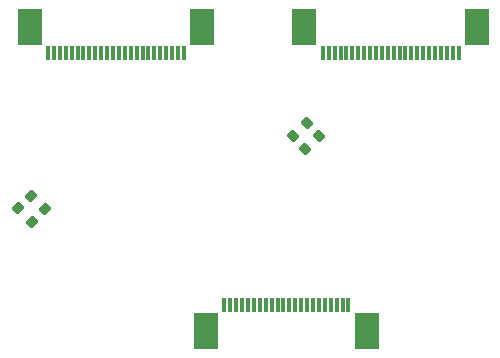
<source format=gtp>
G04 #@! TF.GenerationSoftware,KiCad,Pcbnew,8.0.3*
G04 #@! TF.CreationDate,2025-06-24T11:22:04+03:00*
G04 #@! TF.ProjectId,Camera_24-22_Pin,43616d65-7261-45f3-9234-2d32325f5069,rev?*
G04 #@! TF.SameCoordinates,Original*
G04 #@! TF.FileFunction,Paste,Top*
G04 #@! TF.FilePolarity,Positive*
%FSLAX46Y46*%
G04 Gerber Fmt 4.6, Leading zero omitted, Abs format (unit mm)*
G04 Created by KiCad (PCBNEW 8.0.3) date 2025-06-24 11:22:04*
%MOMM*%
%LPD*%
G01*
G04 APERTURE LIST*
G04 Aperture macros list*
%AMRoundRect*
0 Rectangle with rounded corners*
0 $1 Rounding radius*
0 $2 $3 $4 $5 $6 $7 $8 $9 X,Y pos of 4 corners*
0 Add a 4 corners polygon primitive as box body*
4,1,4,$2,$3,$4,$5,$6,$7,$8,$9,$2,$3,0*
0 Add four circle primitives for the rounded corners*
1,1,$1+$1,$2,$3*
1,1,$1+$1,$4,$5*
1,1,$1+$1,$6,$7*
1,1,$1+$1,$8,$9*
0 Add four rect primitives between the rounded corners*
20,1,$1+$1,$2,$3,$4,$5,0*
20,1,$1+$1,$4,$5,$6,$7,0*
20,1,$1+$1,$6,$7,$8,$9,0*
20,1,$1+$1,$8,$9,$2,$3,0*%
G04 Aperture macros list end*
%ADD10RoundRect,0.200000X0.053033X-0.335876X0.335876X-0.053033X-0.053033X0.335876X-0.335876X0.053033X0*%
%ADD11R,0.300000X1.250000*%
%ADD12R,2.000000X3.150000*%
%ADD13RoundRect,0.200000X0.335876X0.053033X0.053033X0.335876X-0.335876X-0.053033X-0.053033X-0.335876X0*%
G04 APERTURE END LIST*
D10*
X174351337Y-91582112D03*
X175518063Y-90415386D03*
D11*
X167490000Y-104752500D03*
X167990000Y-104752500D03*
X168490000Y-104752500D03*
X168990000Y-104752500D03*
X169490000Y-104752500D03*
X169990000Y-104752500D03*
X170490000Y-104752500D03*
X170990000Y-104752500D03*
X171490000Y-104752500D03*
X171990000Y-104752500D03*
X172490000Y-104752500D03*
X172990000Y-104752500D03*
X173490000Y-104752500D03*
X173990000Y-104752500D03*
X174490000Y-104752500D03*
X174990000Y-104752500D03*
X175490000Y-104752500D03*
X175990000Y-104752500D03*
X176490000Y-104752500D03*
X176990000Y-104752500D03*
X177490000Y-104752500D03*
X177990000Y-104752500D03*
D12*
X165940000Y-106952500D03*
X179540000Y-106952500D03*
D11*
X164060000Y-83427500D03*
X163560000Y-83427500D03*
X163060000Y-83427500D03*
X162560000Y-83427500D03*
X162060000Y-83427500D03*
X161560000Y-83427500D03*
X161060000Y-83427500D03*
X160560000Y-83427500D03*
X160060000Y-83427500D03*
X159560000Y-83427500D03*
X159060000Y-83427500D03*
X158560000Y-83427500D03*
X158060000Y-83427500D03*
X157560000Y-83427500D03*
X157060000Y-83427500D03*
X156560000Y-83427500D03*
X156060000Y-83427500D03*
X155560000Y-83427500D03*
X155060000Y-83427500D03*
X154560000Y-83427500D03*
X154060000Y-83427500D03*
X153560000Y-83427500D03*
X153060000Y-83427500D03*
X152560000Y-83427500D03*
D12*
X165610000Y-81227500D03*
X151010000Y-81227500D03*
D13*
X152293363Y-96663363D03*
X151126637Y-95496637D03*
D11*
X187320000Y-83467500D03*
X186820000Y-83467500D03*
X186320000Y-83467500D03*
X185820000Y-83467500D03*
X185320000Y-83467500D03*
X184820000Y-83467500D03*
X184320000Y-83467500D03*
X183820000Y-83467500D03*
X183320000Y-83467500D03*
X182820000Y-83467500D03*
X182320000Y-83467500D03*
X181820000Y-83467500D03*
X181320000Y-83467500D03*
X180820000Y-83467500D03*
X180320000Y-83467500D03*
X179820000Y-83467500D03*
X179320000Y-83467500D03*
X178820000Y-83467500D03*
X178320000Y-83467500D03*
X177820000Y-83467500D03*
X177320000Y-83467500D03*
X176820000Y-83467500D03*
X176320000Y-83467500D03*
X175820000Y-83467500D03*
D12*
X188870000Y-81267500D03*
X174270000Y-81267500D03*
D10*
X173276637Y-90493363D03*
X174443363Y-89326637D03*
D13*
X151203363Y-97743363D03*
X150036637Y-96576637D03*
M02*

</source>
